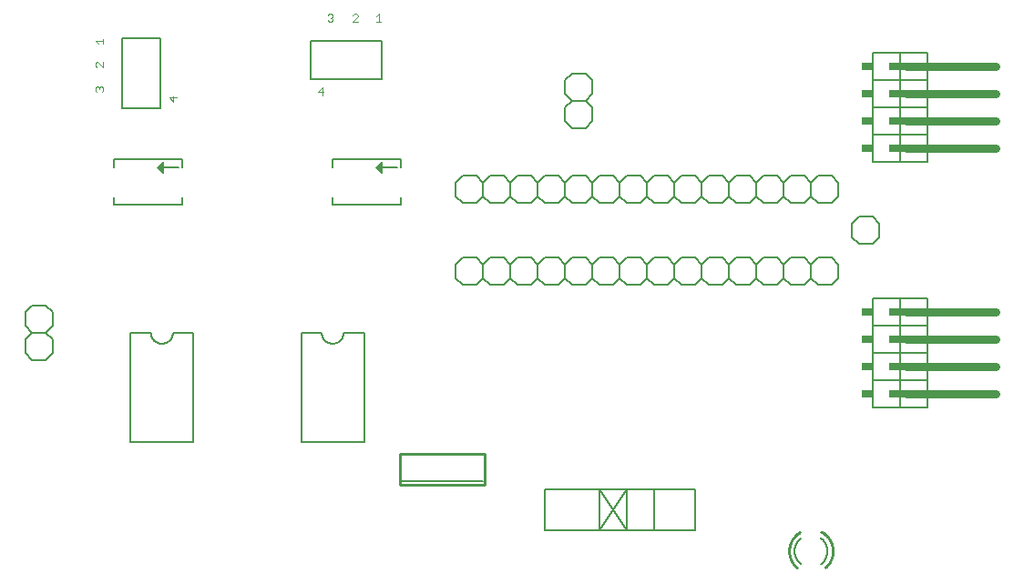
<source format=gto>
G75*
%MOIN*%
%OFA0B0*%
%FSLAX25Y25*%
%IPPOS*%
%LPD*%
%AMOC8*
5,1,8,0,0,1.08239X$1,22.5*
%
%ADD10C,0.00800*%
%ADD11C,0.00400*%
%ADD12C,0.00600*%
%ADD13C,0.03000*%
%ADD14R,0.02000X0.03000*%
%ADD15R,0.04000X0.03000*%
%ADD16C,0.01000*%
%ADD17C,0.00500*%
D10*
X0107700Y0191800D02*
X0107700Y0217600D01*
X0121700Y0217600D01*
X0121700Y0191800D01*
X0107700Y0191800D01*
X0176800Y0202700D02*
X0202600Y0202700D01*
X0202600Y0216700D01*
X0176800Y0216700D01*
X0176800Y0202700D01*
D11*
X0180855Y0199502D02*
X0179453Y0198101D01*
X0181322Y0198101D01*
X0180855Y0196700D02*
X0180855Y0199502D01*
X0183402Y0223700D02*
X0182935Y0224167D01*
X0183402Y0223700D02*
X0184336Y0223700D01*
X0184803Y0224167D01*
X0184803Y0224634D01*
X0184336Y0225101D01*
X0183869Y0225101D01*
X0184336Y0225101D02*
X0184803Y0225568D01*
X0184803Y0226035D01*
X0184336Y0226502D01*
X0183402Y0226502D01*
X0182935Y0226035D01*
X0192035Y0226072D02*
X0192502Y0226539D01*
X0193436Y0226539D01*
X0193903Y0226072D01*
X0193903Y0225605D01*
X0192035Y0223737D01*
X0193903Y0223737D01*
X0200546Y0223700D02*
X0202415Y0223700D01*
X0201481Y0223700D02*
X0201481Y0226502D01*
X0200546Y0225568D01*
X0127700Y0195855D02*
X0124898Y0195855D01*
X0126299Y0194453D01*
X0126299Y0196322D01*
X0100700Y0198402D02*
X0100233Y0197935D01*
X0100700Y0198402D02*
X0100700Y0199336D01*
X0100233Y0199803D01*
X0099766Y0199803D01*
X0099299Y0199336D01*
X0099299Y0198869D01*
X0099299Y0199336D02*
X0098832Y0199803D01*
X0098365Y0199803D01*
X0097898Y0199336D01*
X0097898Y0198402D01*
X0098365Y0197935D01*
X0098328Y0207035D02*
X0097861Y0207502D01*
X0097861Y0208436D01*
X0098328Y0208903D01*
X0098795Y0208903D01*
X0100663Y0207035D01*
X0100663Y0208903D01*
X0100700Y0215546D02*
X0100700Y0217415D01*
X0100700Y0216481D02*
X0097898Y0216481D01*
X0098832Y0215546D01*
D12*
X0110700Y0069700D02*
X0133700Y0069700D01*
X0133700Y0109700D01*
X0126200Y0109700D01*
X0126198Y0109574D01*
X0126192Y0109449D01*
X0126182Y0109324D01*
X0126168Y0109199D01*
X0126151Y0109074D01*
X0126129Y0108950D01*
X0126104Y0108827D01*
X0126074Y0108705D01*
X0126041Y0108584D01*
X0126004Y0108464D01*
X0125964Y0108345D01*
X0125919Y0108228D01*
X0125871Y0108111D01*
X0125819Y0107997D01*
X0125764Y0107884D01*
X0125705Y0107773D01*
X0125643Y0107664D01*
X0125577Y0107557D01*
X0125508Y0107452D01*
X0125436Y0107349D01*
X0125361Y0107248D01*
X0125282Y0107150D01*
X0125200Y0107055D01*
X0125116Y0106962D01*
X0125028Y0106872D01*
X0124938Y0106784D01*
X0124845Y0106700D01*
X0124750Y0106618D01*
X0124652Y0106539D01*
X0124551Y0106464D01*
X0124448Y0106392D01*
X0124343Y0106323D01*
X0124236Y0106257D01*
X0124127Y0106195D01*
X0124016Y0106136D01*
X0123903Y0106081D01*
X0123789Y0106029D01*
X0123672Y0105981D01*
X0123555Y0105936D01*
X0123436Y0105896D01*
X0123316Y0105859D01*
X0123195Y0105826D01*
X0123073Y0105796D01*
X0122950Y0105771D01*
X0122826Y0105749D01*
X0122701Y0105732D01*
X0122576Y0105718D01*
X0122451Y0105708D01*
X0122326Y0105702D01*
X0122200Y0105700D01*
X0122074Y0105702D01*
X0121949Y0105708D01*
X0121824Y0105718D01*
X0121699Y0105732D01*
X0121574Y0105749D01*
X0121450Y0105771D01*
X0121327Y0105796D01*
X0121205Y0105826D01*
X0121084Y0105859D01*
X0120964Y0105896D01*
X0120845Y0105936D01*
X0120728Y0105981D01*
X0120611Y0106029D01*
X0120497Y0106081D01*
X0120384Y0106136D01*
X0120273Y0106195D01*
X0120164Y0106257D01*
X0120057Y0106323D01*
X0119952Y0106392D01*
X0119849Y0106464D01*
X0119748Y0106539D01*
X0119650Y0106618D01*
X0119555Y0106700D01*
X0119462Y0106784D01*
X0119372Y0106872D01*
X0119284Y0106962D01*
X0119200Y0107055D01*
X0119118Y0107150D01*
X0119039Y0107248D01*
X0118964Y0107349D01*
X0118892Y0107452D01*
X0118823Y0107557D01*
X0118757Y0107664D01*
X0118695Y0107773D01*
X0118636Y0107884D01*
X0118581Y0107997D01*
X0118529Y0108111D01*
X0118481Y0108228D01*
X0118436Y0108345D01*
X0118396Y0108464D01*
X0118359Y0108584D01*
X0118326Y0108705D01*
X0118296Y0108827D01*
X0118271Y0108950D01*
X0118249Y0109074D01*
X0118232Y0109199D01*
X0118218Y0109324D01*
X0118208Y0109449D01*
X0118202Y0109574D01*
X0118200Y0109700D01*
X0110700Y0109700D01*
X0110700Y0069700D01*
X0079700Y0099700D02*
X0074700Y0099700D01*
X0072200Y0102200D01*
X0072200Y0107200D01*
X0074700Y0109700D01*
X0072200Y0112200D01*
X0072200Y0117200D01*
X0074700Y0119700D01*
X0079700Y0119700D01*
X0082200Y0117200D01*
X0082200Y0112200D01*
X0079700Y0109700D01*
X0082200Y0107200D01*
X0082200Y0102200D01*
X0079700Y0099700D01*
X0079700Y0109700D02*
X0074700Y0109700D01*
X0104700Y0156700D02*
X0104700Y0159200D01*
X0104700Y0156700D02*
X0129700Y0156700D01*
X0129700Y0159200D01*
X0129700Y0170200D02*
X0129700Y0173400D01*
X0104700Y0173400D01*
X0104700Y0170200D01*
X0120700Y0170200D02*
X0122200Y0170200D01*
X0122200Y0171700D01*
X0122700Y0172200D01*
X0122700Y0168200D01*
X0122200Y0168700D01*
X0122200Y0170200D01*
X0128200Y0170200D01*
X0122200Y0171700D02*
X0121700Y0171200D01*
X0121200Y0170700D01*
X0121200Y0169700D01*
X0121700Y0169200D01*
X0122200Y0168700D01*
X0121700Y0169200D02*
X0121700Y0171200D01*
X0121200Y0170700D02*
X0120700Y0170200D01*
X0121200Y0169700D01*
X0184700Y0170200D02*
X0184700Y0173400D01*
X0209700Y0173400D01*
X0209700Y0170200D01*
X0208200Y0170200D02*
X0202200Y0170200D01*
X0202200Y0171700D01*
X0202700Y0172200D01*
X0202700Y0168200D01*
X0202200Y0168700D01*
X0202200Y0170200D01*
X0200700Y0170200D01*
X0201200Y0169700D01*
X0201700Y0169200D01*
X0202200Y0168700D01*
X0201700Y0169200D02*
X0201700Y0171200D01*
X0201200Y0170700D01*
X0201200Y0169700D01*
X0200700Y0170200D02*
X0201200Y0170700D01*
X0201700Y0171200D02*
X0202200Y0171700D01*
X0209700Y0159200D02*
X0209700Y0156700D01*
X0184700Y0156700D01*
X0184700Y0159200D01*
X0229700Y0159700D02*
X0229700Y0164700D01*
X0232200Y0167200D01*
X0237200Y0167200D01*
X0239700Y0164700D01*
X0242200Y0167200D01*
X0247200Y0167200D01*
X0249700Y0164700D01*
X0252200Y0167200D01*
X0257200Y0167200D01*
X0259700Y0164700D01*
X0262200Y0167200D01*
X0267200Y0167200D01*
X0269700Y0164700D01*
X0272200Y0167200D01*
X0277200Y0167200D01*
X0279700Y0164700D01*
X0282200Y0167200D01*
X0287200Y0167200D01*
X0289700Y0164700D01*
X0292200Y0167200D01*
X0297200Y0167200D01*
X0299700Y0164700D01*
X0302200Y0167200D01*
X0307200Y0167200D01*
X0309700Y0164700D01*
X0312200Y0167200D01*
X0317200Y0167200D01*
X0319700Y0164700D01*
X0322200Y0167200D01*
X0327200Y0167200D01*
X0329700Y0164700D01*
X0332200Y0167200D01*
X0337200Y0167200D01*
X0339700Y0164700D01*
X0342200Y0167200D01*
X0347200Y0167200D01*
X0349700Y0164700D01*
X0352200Y0167200D01*
X0357200Y0167200D01*
X0359700Y0164700D01*
X0362200Y0167200D01*
X0367200Y0167200D01*
X0369700Y0164700D01*
X0369700Y0159700D01*
X0367200Y0157200D01*
X0362200Y0157200D01*
X0359700Y0159700D01*
X0357200Y0157200D01*
X0352200Y0157200D01*
X0349700Y0159700D01*
X0349700Y0164700D01*
X0349700Y0159700D02*
X0347200Y0157200D01*
X0342200Y0157200D01*
X0339700Y0159700D01*
X0337200Y0157200D01*
X0332200Y0157200D01*
X0329700Y0159700D01*
X0327200Y0157200D01*
X0322200Y0157200D01*
X0319700Y0159700D01*
X0319700Y0164700D01*
X0319700Y0159700D02*
X0317200Y0157200D01*
X0312200Y0157200D01*
X0309700Y0159700D01*
X0307200Y0157200D01*
X0302200Y0157200D01*
X0299700Y0159700D01*
X0297200Y0157200D01*
X0292200Y0157200D01*
X0289700Y0159700D01*
X0289700Y0164700D01*
X0289700Y0159700D02*
X0287200Y0157200D01*
X0282200Y0157200D01*
X0279700Y0159700D01*
X0277200Y0157200D01*
X0272200Y0157200D01*
X0269700Y0159700D01*
X0267200Y0157200D01*
X0262200Y0157200D01*
X0259700Y0159700D01*
X0259700Y0164700D01*
X0259700Y0159700D02*
X0257200Y0157200D01*
X0252200Y0157200D01*
X0249700Y0159700D01*
X0247200Y0157200D01*
X0242200Y0157200D01*
X0239700Y0159700D01*
X0237200Y0157200D01*
X0232200Y0157200D01*
X0229700Y0159700D01*
X0239700Y0159700D02*
X0239700Y0164700D01*
X0249700Y0164700D02*
X0249700Y0159700D01*
X0269700Y0159700D02*
X0269700Y0164700D01*
X0279700Y0164700D02*
X0279700Y0159700D01*
X0299700Y0159700D02*
X0299700Y0164700D01*
X0309700Y0164700D02*
X0309700Y0159700D01*
X0329700Y0159700D02*
X0329700Y0164700D01*
X0339700Y0164700D02*
X0339700Y0159700D01*
X0359700Y0159700D02*
X0359700Y0164700D01*
X0374700Y0149700D02*
X0377200Y0152200D01*
X0382200Y0152200D01*
X0384700Y0149700D01*
X0384700Y0144700D01*
X0382200Y0142200D01*
X0377200Y0142200D01*
X0374700Y0144700D01*
X0374700Y0149700D01*
X0367200Y0137200D02*
X0362200Y0137200D01*
X0359700Y0134700D01*
X0359700Y0129700D01*
X0362200Y0127200D01*
X0367200Y0127200D01*
X0369700Y0129700D01*
X0369700Y0134700D01*
X0367200Y0137200D01*
X0359700Y0134700D02*
X0357200Y0137200D01*
X0352200Y0137200D01*
X0349700Y0134700D01*
X0349700Y0129700D01*
X0352200Y0127200D01*
X0357200Y0127200D01*
X0359700Y0129700D01*
X0349700Y0129700D02*
X0347200Y0127200D01*
X0342200Y0127200D01*
X0339700Y0129700D01*
X0337200Y0127200D01*
X0332200Y0127200D01*
X0329700Y0129700D01*
X0327200Y0127200D01*
X0322200Y0127200D01*
X0319700Y0129700D01*
X0317200Y0127200D01*
X0312200Y0127200D01*
X0309700Y0129700D01*
X0307200Y0127200D01*
X0302200Y0127200D01*
X0299700Y0129700D01*
X0297200Y0127200D01*
X0292200Y0127200D01*
X0289700Y0129700D01*
X0287200Y0127200D01*
X0282200Y0127200D01*
X0279700Y0129700D01*
X0277200Y0127200D01*
X0272200Y0127200D01*
X0269700Y0129700D01*
X0267200Y0127200D01*
X0262200Y0127200D01*
X0259700Y0129700D01*
X0257200Y0127200D01*
X0252200Y0127200D01*
X0249700Y0129700D01*
X0247200Y0127200D01*
X0242200Y0127200D01*
X0239700Y0129700D01*
X0237200Y0127200D01*
X0232200Y0127200D01*
X0229700Y0129700D01*
X0229700Y0134700D01*
X0232200Y0137200D01*
X0237200Y0137200D01*
X0239700Y0134700D01*
X0242200Y0137200D01*
X0247200Y0137200D01*
X0249700Y0134700D01*
X0249700Y0129700D01*
X0249700Y0134700D02*
X0252200Y0137200D01*
X0257200Y0137200D01*
X0259700Y0134700D01*
X0262200Y0137200D01*
X0267200Y0137200D01*
X0269700Y0134700D01*
X0272200Y0137200D01*
X0277200Y0137200D01*
X0279700Y0134700D01*
X0279700Y0129700D01*
X0279700Y0134700D02*
X0282200Y0137200D01*
X0287200Y0137200D01*
X0289700Y0134700D01*
X0292200Y0137200D01*
X0297200Y0137200D01*
X0299700Y0134700D01*
X0302200Y0137200D01*
X0307200Y0137200D01*
X0309700Y0134700D01*
X0309700Y0129700D01*
X0309700Y0134700D02*
X0312200Y0137200D01*
X0317200Y0137200D01*
X0319700Y0134700D01*
X0322200Y0137200D01*
X0327200Y0137200D01*
X0329700Y0134700D01*
X0332200Y0137200D01*
X0337200Y0137200D01*
X0339700Y0134700D01*
X0339700Y0129700D01*
X0339700Y0134700D02*
X0342200Y0137200D01*
X0347200Y0137200D01*
X0349700Y0134700D01*
X0329700Y0134700D02*
X0329700Y0129700D01*
X0319700Y0129700D02*
X0319700Y0134700D01*
X0299700Y0134700D02*
X0299700Y0129700D01*
X0289700Y0129700D02*
X0289700Y0134700D01*
X0269700Y0134700D02*
X0269700Y0129700D01*
X0259700Y0129700D02*
X0259700Y0134700D01*
X0239700Y0134700D02*
X0239700Y0129700D01*
X0196200Y0109700D02*
X0188700Y0109700D01*
X0188698Y0109574D01*
X0188692Y0109449D01*
X0188682Y0109324D01*
X0188668Y0109199D01*
X0188651Y0109074D01*
X0188629Y0108950D01*
X0188604Y0108827D01*
X0188574Y0108705D01*
X0188541Y0108584D01*
X0188504Y0108464D01*
X0188464Y0108345D01*
X0188419Y0108228D01*
X0188371Y0108111D01*
X0188319Y0107997D01*
X0188264Y0107884D01*
X0188205Y0107773D01*
X0188143Y0107664D01*
X0188077Y0107557D01*
X0188008Y0107452D01*
X0187936Y0107349D01*
X0187861Y0107248D01*
X0187782Y0107150D01*
X0187700Y0107055D01*
X0187616Y0106962D01*
X0187528Y0106872D01*
X0187438Y0106784D01*
X0187345Y0106700D01*
X0187250Y0106618D01*
X0187152Y0106539D01*
X0187051Y0106464D01*
X0186948Y0106392D01*
X0186843Y0106323D01*
X0186736Y0106257D01*
X0186627Y0106195D01*
X0186516Y0106136D01*
X0186403Y0106081D01*
X0186289Y0106029D01*
X0186172Y0105981D01*
X0186055Y0105936D01*
X0185936Y0105896D01*
X0185816Y0105859D01*
X0185695Y0105826D01*
X0185573Y0105796D01*
X0185450Y0105771D01*
X0185326Y0105749D01*
X0185201Y0105732D01*
X0185076Y0105718D01*
X0184951Y0105708D01*
X0184826Y0105702D01*
X0184700Y0105700D01*
X0184574Y0105702D01*
X0184449Y0105708D01*
X0184324Y0105718D01*
X0184199Y0105732D01*
X0184074Y0105749D01*
X0183950Y0105771D01*
X0183827Y0105796D01*
X0183705Y0105826D01*
X0183584Y0105859D01*
X0183464Y0105896D01*
X0183345Y0105936D01*
X0183228Y0105981D01*
X0183111Y0106029D01*
X0182997Y0106081D01*
X0182884Y0106136D01*
X0182773Y0106195D01*
X0182664Y0106257D01*
X0182557Y0106323D01*
X0182452Y0106392D01*
X0182349Y0106464D01*
X0182248Y0106539D01*
X0182150Y0106618D01*
X0182055Y0106700D01*
X0181962Y0106784D01*
X0181872Y0106872D01*
X0181784Y0106962D01*
X0181700Y0107055D01*
X0181618Y0107150D01*
X0181539Y0107248D01*
X0181464Y0107349D01*
X0181392Y0107452D01*
X0181323Y0107557D01*
X0181257Y0107664D01*
X0181195Y0107773D01*
X0181136Y0107884D01*
X0181081Y0107997D01*
X0181029Y0108111D01*
X0180981Y0108228D01*
X0180936Y0108345D01*
X0180896Y0108464D01*
X0180859Y0108584D01*
X0180826Y0108705D01*
X0180796Y0108827D01*
X0180771Y0108950D01*
X0180749Y0109074D01*
X0180732Y0109199D01*
X0180718Y0109324D01*
X0180708Y0109449D01*
X0180702Y0109574D01*
X0180700Y0109700D01*
X0173200Y0109700D01*
X0173200Y0069700D01*
X0196200Y0069700D01*
X0196200Y0109700D01*
X0209621Y0055369D02*
X0239779Y0055369D01*
X0363187Y0024818D02*
X0363312Y0024909D01*
X0363434Y0025003D01*
X0363553Y0025101D01*
X0363670Y0025201D01*
X0363784Y0025305D01*
X0363896Y0025411D01*
X0364004Y0025520D01*
X0364110Y0025632D01*
X0364213Y0025747D01*
X0364313Y0025864D01*
X0364411Y0025984D01*
X0364504Y0026106D01*
X0364595Y0026230D01*
X0364683Y0026357D01*
X0364767Y0026486D01*
X0364848Y0026618D01*
X0364925Y0026751D01*
X0364999Y0026886D01*
X0365070Y0027023D01*
X0365137Y0027162D01*
X0365200Y0027302D01*
X0365260Y0027445D01*
X0365316Y0027588D01*
X0365368Y0027733D01*
X0365417Y0027879D01*
X0365462Y0028027D01*
X0365503Y0028175D01*
X0365540Y0028325D01*
X0365574Y0028475D01*
X0365603Y0028627D01*
X0365629Y0028779D01*
X0365651Y0028931D01*
X0365668Y0029084D01*
X0365682Y0029238D01*
X0365692Y0029392D01*
X0365698Y0029546D01*
X0365700Y0029700D01*
X0356017Y0034436D02*
X0355898Y0034342D01*
X0355782Y0034244D01*
X0355668Y0034144D01*
X0355557Y0034040D01*
X0355449Y0033934D01*
X0355343Y0033826D01*
X0355241Y0033714D01*
X0355141Y0033600D01*
X0355043Y0033484D01*
X0354949Y0033365D01*
X0354858Y0033244D01*
X0354770Y0033120D01*
X0354685Y0032994D01*
X0354604Y0032867D01*
X0354525Y0032737D01*
X0354450Y0032605D01*
X0354379Y0032472D01*
X0354310Y0032336D01*
X0354245Y0032199D01*
X0354184Y0032061D01*
X0354126Y0031920D01*
X0354072Y0031779D01*
X0354021Y0031636D01*
X0353974Y0031492D01*
X0353930Y0031347D01*
X0353891Y0031200D01*
X0353855Y0031053D01*
X0353822Y0030905D01*
X0353794Y0030756D01*
X0353769Y0030606D01*
X0353748Y0030456D01*
X0353731Y0030306D01*
X0353717Y0030154D01*
X0353708Y0030003D01*
X0353702Y0029852D01*
X0353700Y0029700D01*
X0363300Y0034500D02*
X0363419Y0034408D01*
X0363536Y0034314D01*
X0363650Y0034216D01*
X0363762Y0034116D01*
X0363872Y0034012D01*
X0363978Y0033907D01*
X0364083Y0033798D01*
X0364184Y0033687D01*
X0364282Y0033573D01*
X0364378Y0033457D01*
X0364471Y0033339D01*
X0364560Y0033218D01*
X0364647Y0033095D01*
X0364730Y0032970D01*
X0364811Y0032843D01*
X0364888Y0032714D01*
X0364962Y0032583D01*
X0365033Y0032450D01*
X0365100Y0032316D01*
X0365164Y0032180D01*
X0365224Y0032042D01*
X0365281Y0031903D01*
X0365334Y0031762D01*
X0365384Y0031620D01*
X0365431Y0031477D01*
X0365473Y0031333D01*
X0365513Y0031188D01*
X0365548Y0031042D01*
X0365580Y0030895D01*
X0365608Y0030747D01*
X0365632Y0030599D01*
X0365653Y0030450D01*
X0365670Y0030300D01*
X0365683Y0030151D01*
X0365692Y0030001D01*
X0365698Y0029850D01*
X0365700Y0029700D01*
X0356017Y0024964D02*
X0355898Y0025058D01*
X0355782Y0025156D01*
X0355668Y0025256D01*
X0355557Y0025360D01*
X0355449Y0025466D01*
X0355343Y0025574D01*
X0355241Y0025686D01*
X0355141Y0025800D01*
X0355043Y0025916D01*
X0354949Y0026035D01*
X0354858Y0026156D01*
X0354770Y0026280D01*
X0354685Y0026406D01*
X0354604Y0026533D01*
X0354525Y0026663D01*
X0354450Y0026795D01*
X0354379Y0026928D01*
X0354310Y0027064D01*
X0354245Y0027201D01*
X0354184Y0027339D01*
X0354126Y0027480D01*
X0354072Y0027621D01*
X0354021Y0027764D01*
X0353974Y0027908D01*
X0353930Y0028053D01*
X0353891Y0028200D01*
X0353855Y0028347D01*
X0353822Y0028495D01*
X0353794Y0028644D01*
X0353769Y0028794D01*
X0353748Y0028944D01*
X0353731Y0029094D01*
X0353717Y0029246D01*
X0353708Y0029397D01*
X0353702Y0029548D01*
X0353700Y0029700D01*
X0382200Y0082200D02*
X0392200Y0082200D01*
X0402200Y0082200D01*
X0402200Y0092200D01*
X0402200Y0102200D01*
X0402200Y0112200D01*
X0402200Y0122200D01*
X0392200Y0122200D01*
X0392200Y0112200D01*
X0392200Y0102200D01*
X0392200Y0092200D01*
X0392200Y0082200D01*
X0392200Y0092200D01*
X0402200Y0092200D01*
X0392200Y0092200D02*
X0392200Y0102200D01*
X0402200Y0102200D01*
X0392200Y0102200D02*
X0392200Y0112200D01*
X0402200Y0112200D01*
X0392200Y0112200D02*
X0392200Y0122200D01*
X0382200Y0122200D01*
X0382200Y0112200D01*
X0382200Y0102200D01*
X0382200Y0092200D01*
X0382200Y0082200D01*
X0382200Y0092200D02*
X0392200Y0092200D01*
X0392200Y0102200D02*
X0382200Y0102200D01*
X0382200Y0112200D02*
X0392200Y0112200D01*
X0392200Y0172200D02*
X0382200Y0172200D01*
X0382200Y0182200D01*
X0392200Y0182200D01*
X0392200Y0172200D01*
X0402200Y0172200D01*
X0402200Y0182200D01*
X0402200Y0192200D01*
X0402200Y0202200D01*
X0402200Y0212200D01*
X0392200Y0212200D01*
X0392200Y0202200D01*
X0392200Y0192200D01*
X0392200Y0182200D01*
X0402200Y0182200D01*
X0392200Y0182200D02*
X0392200Y0172200D01*
X0392200Y0182200D02*
X0392200Y0192200D01*
X0402200Y0192200D01*
X0392200Y0192200D02*
X0392200Y0202200D01*
X0402200Y0202200D01*
X0392200Y0202200D02*
X0392200Y0212200D01*
X0382200Y0212200D01*
X0382200Y0202200D01*
X0382200Y0192200D01*
X0382200Y0182200D01*
X0382200Y0192200D02*
X0392200Y0192200D01*
X0392200Y0202200D02*
X0382200Y0202200D01*
X0279700Y0202200D02*
X0279700Y0197200D01*
X0277200Y0194700D01*
X0279700Y0192200D01*
X0279700Y0187200D01*
X0277200Y0184700D01*
X0272200Y0184700D01*
X0269700Y0187200D01*
X0269700Y0192200D01*
X0272200Y0194700D01*
X0269700Y0197200D01*
X0269700Y0202200D01*
X0272200Y0204700D01*
X0277200Y0204700D01*
X0279700Y0202200D01*
X0277200Y0194700D02*
X0272200Y0194700D01*
D13*
X0394700Y0197200D02*
X0417200Y0197200D01*
X0427200Y0197200D02*
X0404700Y0197200D01*
X0404700Y0187200D02*
X0427200Y0187200D01*
X0417200Y0187200D02*
X0394700Y0187200D01*
X0394700Y0177200D02*
X0417200Y0177200D01*
X0427200Y0177200D02*
X0404700Y0177200D01*
X0404700Y0207200D02*
X0427200Y0207200D01*
X0417200Y0207200D02*
X0394700Y0207200D01*
X0394700Y0117200D02*
X0417200Y0117200D01*
X0427200Y0117200D02*
X0404700Y0117200D01*
X0404700Y0107200D02*
X0427200Y0107200D01*
X0417200Y0107200D02*
X0394700Y0107200D01*
X0394700Y0097200D02*
X0417200Y0097200D01*
X0427200Y0097200D02*
X0404700Y0097200D01*
X0404700Y0087200D02*
X0427200Y0087200D01*
X0417200Y0087200D02*
X0394700Y0087200D01*
D14*
X0393200Y0087200D03*
X0403200Y0087200D03*
X0403200Y0097200D03*
X0393200Y0097200D03*
X0393200Y0107200D03*
X0403200Y0107200D03*
X0403200Y0117200D03*
X0393200Y0117200D03*
X0393200Y0177200D03*
X0403200Y0177200D03*
X0403200Y0187200D03*
X0393200Y0187200D03*
X0393200Y0197200D03*
X0403200Y0197200D03*
X0403200Y0207200D03*
X0393200Y0207200D03*
D15*
X0390200Y0207200D03*
X0380200Y0207200D03*
X0380200Y0197200D03*
X0390200Y0197200D03*
X0390200Y0187200D03*
X0380200Y0187200D03*
X0380200Y0177200D03*
X0390200Y0177200D03*
X0390200Y0117200D03*
X0380200Y0117200D03*
X0380200Y0107200D03*
X0390200Y0107200D03*
X0390200Y0097200D03*
X0380200Y0097200D03*
X0380200Y0087200D03*
X0390200Y0087200D03*
D16*
X0355731Y0036646D02*
X0355562Y0036547D01*
X0355396Y0036443D01*
X0355232Y0036336D01*
X0355071Y0036225D01*
X0354913Y0036110D01*
X0354758Y0035991D01*
X0354605Y0035868D01*
X0354456Y0035742D01*
X0354310Y0035612D01*
X0354167Y0035478D01*
X0354027Y0035341D01*
X0353891Y0035201D01*
X0353758Y0035057D01*
X0353629Y0034910D01*
X0353503Y0034760D01*
X0353382Y0034607D01*
X0353263Y0034451D01*
X0353149Y0034292D01*
X0353039Y0034131D01*
X0352933Y0033966D01*
X0352830Y0033800D01*
X0352732Y0033630D01*
X0352638Y0033459D01*
X0352548Y0033285D01*
X0352463Y0033109D01*
X0352381Y0032931D01*
X0352305Y0032751D01*
X0352232Y0032569D01*
X0352164Y0032386D01*
X0352101Y0032201D01*
X0352042Y0032014D01*
X0351988Y0031826D01*
X0351938Y0031637D01*
X0351893Y0031447D01*
X0351853Y0031255D01*
X0351817Y0031063D01*
X0351786Y0030870D01*
X0351760Y0030676D01*
X0351738Y0030481D01*
X0351722Y0030286D01*
X0351710Y0030091D01*
X0351702Y0029895D01*
X0351700Y0029700D01*
X0363465Y0036759D02*
X0363633Y0036666D01*
X0363799Y0036570D01*
X0363963Y0036470D01*
X0364124Y0036365D01*
X0364283Y0036257D01*
X0364439Y0036145D01*
X0364593Y0036029D01*
X0364743Y0035910D01*
X0364891Y0035787D01*
X0365036Y0035661D01*
X0365177Y0035531D01*
X0365316Y0035398D01*
X0365451Y0035261D01*
X0365583Y0035121D01*
X0365711Y0034979D01*
X0365836Y0034833D01*
X0365958Y0034684D01*
X0366076Y0034532D01*
X0366190Y0034378D01*
X0366300Y0034220D01*
X0366407Y0034061D01*
X0366510Y0033898D01*
X0366609Y0033733D01*
X0366704Y0033566D01*
X0366794Y0033397D01*
X0366881Y0033226D01*
X0366964Y0033052D01*
X0367042Y0032877D01*
X0367116Y0032699D01*
X0367186Y0032520D01*
X0367252Y0032340D01*
X0367313Y0032158D01*
X0367370Y0031974D01*
X0367422Y0031789D01*
X0367470Y0031603D01*
X0367514Y0031416D01*
X0367553Y0031228D01*
X0367587Y0031039D01*
X0367617Y0030849D01*
X0367642Y0030659D01*
X0367663Y0030468D01*
X0367679Y0030276D01*
X0367691Y0030084D01*
X0367698Y0029892D01*
X0367700Y0029700D01*
X0354532Y0023593D02*
X0354386Y0023720D01*
X0354244Y0023849D01*
X0354104Y0023983D01*
X0353968Y0024119D01*
X0353835Y0024259D01*
X0353705Y0024402D01*
X0353579Y0024549D01*
X0353457Y0024698D01*
X0353338Y0024850D01*
X0353223Y0025005D01*
X0353111Y0025162D01*
X0353004Y0025322D01*
X0352900Y0025485D01*
X0352801Y0025651D01*
X0352705Y0025818D01*
X0352613Y0025988D01*
X0352526Y0026160D01*
X0352442Y0026334D01*
X0352363Y0026510D01*
X0352289Y0026688D01*
X0352218Y0026868D01*
X0352152Y0027049D01*
X0352090Y0027232D01*
X0352033Y0027416D01*
X0351980Y0027602D01*
X0351932Y0027789D01*
X0351888Y0027977D01*
X0351849Y0028166D01*
X0351814Y0028356D01*
X0351784Y0028546D01*
X0351758Y0028737D01*
X0351737Y0028929D01*
X0351721Y0029122D01*
X0351709Y0029314D01*
X0351702Y0029507D01*
X0351700Y0029700D01*
X0364822Y0023554D02*
X0364970Y0023681D01*
X0365115Y0023811D01*
X0365256Y0023944D01*
X0365395Y0024081D01*
X0365530Y0024221D01*
X0365661Y0024365D01*
X0365789Y0024512D01*
X0365914Y0024661D01*
X0366035Y0024814D01*
X0366152Y0024969D01*
X0366265Y0025128D01*
X0366374Y0025289D01*
X0366479Y0025453D01*
X0366581Y0025619D01*
X0366678Y0025788D01*
X0366771Y0025958D01*
X0366860Y0026132D01*
X0366945Y0026307D01*
X0367025Y0026484D01*
X0367101Y0026663D01*
X0367173Y0026844D01*
X0367240Y0027027D01*
X0367303Y0027211D01*
X0367361Y0027397D01*
X0367415Y0027584D01*
X0367464Y0027772D01*
X0367509Y0027962D01*
X0367549Y0028152D01*
X0367584Y0028344D01*
X0367615Y0028536D01*
X0367641Y0028729D01*
X0367662Y0028923D01*
X0367679Y0029117D01*
X0367691Y0029311D01*
X0367698Y0029505D01*
X0367700Y0029700D01*
X0240212Y0053991D02*
X0240212Y0065409D01*
X0209188Y0065409D01*
X0209188Y0053991D01*
X0240212Y0053991D01*
D17*
X0262200Y0052200D02*
X0262200Y0037200D01*
X0282200Y0037200D01*
X0292200Y0052200D01*
X0292200Y0037200D01*
X0302200Y0037200D01*
X0302200Y0052200D01*
X0292200Y0052200D01*
X0282200Y0052200D01*
X0292200Y0037200D01*
X0282200Y0037200D01*
X0282200Y0052200D01*
X0262200Y0052200D01*
X0302200Y0052200D02*
X0317200Y0052200D01*
X0317200Y0037200D01*
X0302200Y0037200D01*
M02*

</source>
